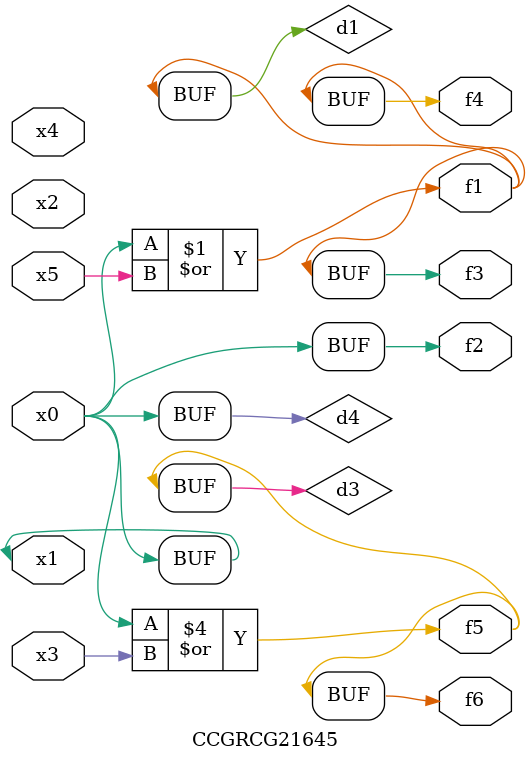
<source format=v>
module CCGRCG21645(
	input x0, x1, x2, x3, x4, x5,
	output f1, f2, f3, f4, f5, f6
);

	wire d1, d2, d3, d4;

	or (d1, x0, x5);
	xnor (d2, x1, x4);
	or (d3, x0, x3);
	buf (d4, x0, x1);
	assign f1 = d1;
	assign f2 = d4;
	assign f3 = d1;
	assign f4 = d1;
	assign f5 = d3;
	assign f6 = d3;
endmodule

</source>
